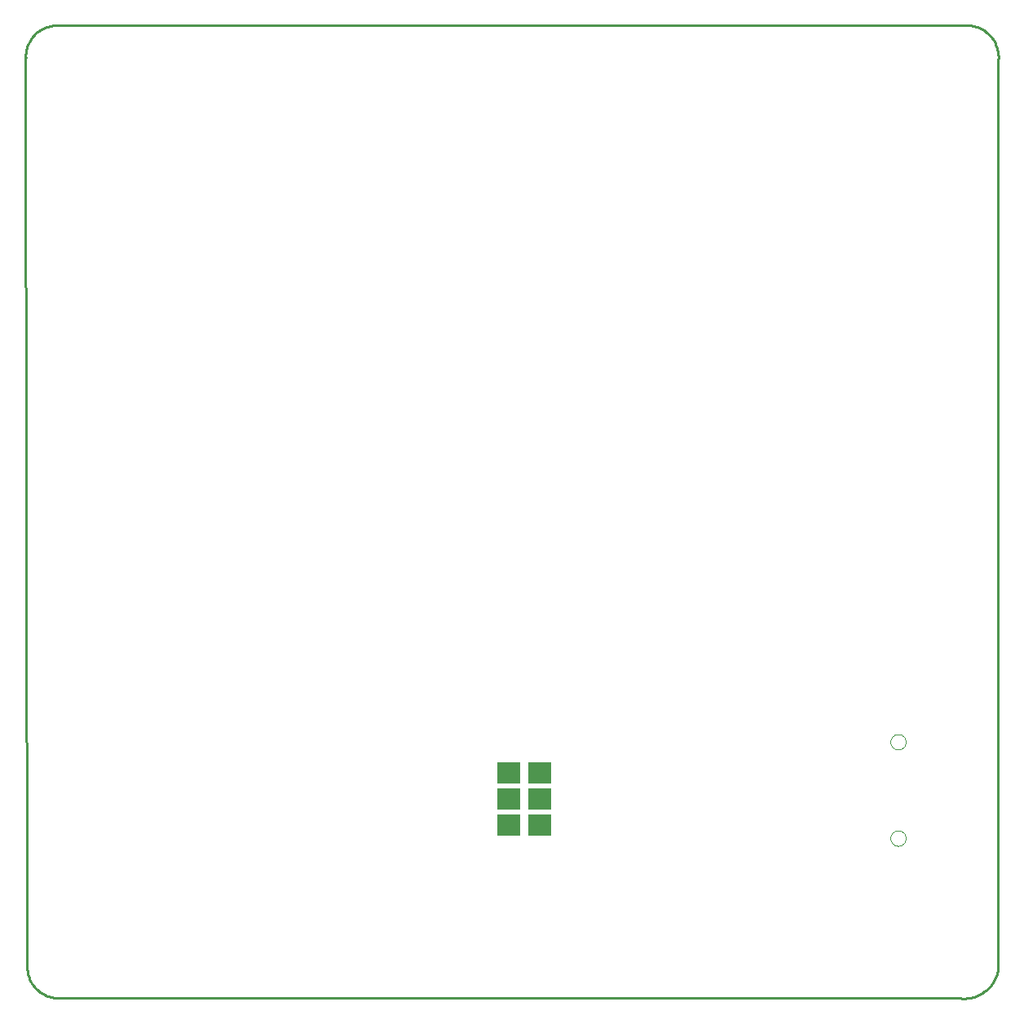
<source format=gbp>
G75*
G70*
%OFA0B0*%
%FSLAX24Y24*%
%IPPOS*%
%LPD*%
%AMOC8*
5,1,8,0,0,1.08239X$1,22.5*
%
%ADD10C,0.0100*%
%ADD11R,0.0250X0.0500*%
%ADD12R,0.0960X0.0900*%
%ADD13C,0.0000*%
D10*
X002393Y001821D02*
X002330Y038999D01*
X002331Y038998D02*
X002328Y039067D01*
X002329Y039135D01*
X002334Y039203D01*
X002343Y039271D01*
X002355Y039339D01*
X002371Y039405D01*
X002390Y039471D01*
X002413Y039535D01*
X002440Y039599D01*
X002470Y039660D01*
X002503Y039720D01*
X002539Y039778D01*
X002578Y039834D01*
X002621Y039888D01*
X002666Y039939D01*
X002714Y039988D01*
X002764Y040034D01*
X002817Y040078D01*
X002873Y040118D01*
X002930Y040156D01*
X002989Y040190D01*
X003050Y040221D01*
X003113Y040249D01*
X003177Y040273D01*
X003242Y040294D01*
X003308Y040311D01*
X003375Y040324D01*
X003443Y040334D01*
X003511Y040340D01*
X003511Y040341D02*
X040913Y040341D01*
X040983Y040333D01*
X041052Y040321D01*
X041121Y040306D01*
X041188Y040287D01*
X041255Y040264D01*
X041320Y040238D01*
X041384Y040208D01*
X041446Y040175D01*
X041506Y040138D01*
X041564Y040098D01*
X041619Y040056D01*
X041673Y040010D01*
X041724Y039961D01*
X041772Y039910D01*
X041817Y039856D01*
X041859Y039800D01*
X041898Y039741D01*
X041934Y039681D01*
X041967Y039619D01*
X041996Y039555D01*
X042022Y039489D01*
X042044Y039423D01*
X042062Y039355D01*
X042077Y039286D01*
X042088Y039217D01*
X042095Y039147D01*
X042099Y039077D01*
X042098Y039006D01*
X042094Y038936D01*
X042094Y001759D01*
X042095Y001759D02*
X042081Y001685D01*
X042063Y001613D01*
X042042Y001541D01*
X042016Y001471D01*
X041988Y001402D01*
X041955Y001334D01*
X041919Y001269D01*
X041880Y001205D01*
X041837Y001144D01*
X041792Y001085D01*
X041743Y001028D01*
X041691Y000974D01*
X041637Y000923D01*
X041580Y000874D01*
X041520Y000829D01*
X041459Y000787D01*
X041395Y000748D01*
X041329Y000712D01*
X041261Y000680D01*
X041192Y000652D01*
X041122Y000627D01*
X041050Y000606D01*
X040977Y000589D01*
X040904Y000576D01*
X040829Y000566D01*
X040755Y000561D01*
X040680Y000559D01*
X040605Y000561D01*
X040531Y000567D01*
X040457Y000577D01*
X040456Y000578D02*
X003699Y000578D01*
X003698Y000577D02*
X003629Y000578D01*
X003560Y000581D01*
X003492Y000589D01*
X003424Y000600D01*
X003356Y000615D01*
X003290Y000634D01*
X003224Y000656D01*
X003160Y000682D01*
X003098Y000711D01*
X003037Y000744D01*
X002978Y000779D01*
X002921Y000818D01*
X002866Y000860D01*
X002813Y000905D01*
X002763Y000953D01*
X002716Y001003D01*
X002671Y001056D01*
X002630Y001111D01*
X002591Y001168D01*
X002555Y001227D01*
X002523Y001288D01*
X002494Y001351D01*
X002469Y001415D01*
X002447Y001481D01*
X002429Y001547D01*
X002414Y001615D01*
X002403Y001683D01*
X002396Y001752D01*
X002392Y001821D01*
D11*
X021924Y007650D03*
X022248Y007650D03*
X023184Y007650D03*
X023508Y007650D03*
X023508Y008713D03*
X023184Y008713D03*
X022248Y008713D03*
X021924Y008713D03*
X021924Y009776D03*
X022248Y009776D03*
X023184Y009776D03*
X023508Y009776D03*
D12*
X023346Y009776D03*
X023346Y008713D03*
X023346Y007650D03*
X022086Y007650D03*
X022086Y008713D03*
X022086Y009776D03*
D13*
X037684Y011046D02*
X037686Y011081D01*
X037692Y011116D01*
X037702Y011150D01*
X037715Y011183D01*
X037732Y011214D01*
X037753Y011242D01*
X037776Y011269D01*
X037803Y011292D01*
X037831Y011313D01*
X037862Y011330D01*
X037895Y011343D01*
X037929Y011353D01*
X037964Y011359D01*
X037999Y011361D01*
X038034Y011359D01*
X038069Y011353D01*
X038103Y011343D01*
X038136Y011330D01*
X038167Y011313D01*
X038195Y011292D01*
X038222Y011269D01*
X038245Y011242D01*
X038266Y011214D01*
X038283Y011183D01*
X038296Y011150D01*
X038306Y011116D01*
X038312Y011081D01*
X038314Y011046D01*
X038312Y011011D01*
X038306Y010976D01*
X038296Y010942D01*
X038283Y010909D01*
X038266Y010878D01*
X038245Y010850D01*
X038222Y010823D01*
X038195Y010800D01*
X038167Y010779D01*
X038136Y010762D01*
X038103Y010749D01*
X038069Y010739D01*
X038034Y010733D01*
X037999Y010731D01*
X037964Y010733D01*
X037929Y010739D01*
X037895Y010749D01*
X037862Y010762D01*
X037831Y010779D01*
X037803Y010800D01*
X037776Y010823D01*
X037753Y010850D01*
X037732Y010878D01*
X037715Y010909D01*
X037702Y010942D01*
X037692Y010976D01*
X037686Y011011D01*
X037684Y011046D01*
X037684Y007109D02*
X037686Y007144D01*
X037692Y007179D01*
X037702Y007213D01*
X037715Y007246D01*
X037732Y007277D01*
X037753Y007305D01*
X037776Y007332D01*
X037803Y007355D01*
X037831Y007376D01*
X037862Y007393D01*
X037895Y007406D01*
X037929Y007416D01*
X037964Y007422D01*
X037999Y007424D01*
X038034Y007422D01*
X038069Y007416D01*
X038103Y007406D01*
X038136Y007393D01*
X038167Y007376D01*
X038195Y007355D01*
X038222Y007332D01*
X038245Y007305D01*
X038266Y007277D01*
X038283Y007246D01*
X038296Y007213D01*
X038306Y007179D01*
X038312Y007144D01*
X038314Y007109D01*
X038312Y007074D01*
X038306Y007039D01*
X038296Y007005D01*
X038283Y006972D01*
X038266Y006941D01*
X038245Y006913D01*
X038222Y006886D01*
X038195Y006863D01*
X038167Y006842D01*
X038136Y006825D01*
X038103Y006812D01*
X038069Y006802D01*
X038034Y006796D01*
X037999Y006794D01*
X037964Y006796D01*
X037929Y006802D01*
X037895Y006812D01*
X037862Y006825D01*
X037831Y006842D01*
X037803Y006863D01*
X037776Y006886D01*
X037753Y006913D01*
X037732Y006941D01*
X037715Y006972D01*
X037702Y007005D01*
X037692Y007039D01*
X037686Y007074D01*
X037684Y007109D01*
M02*

</source>
